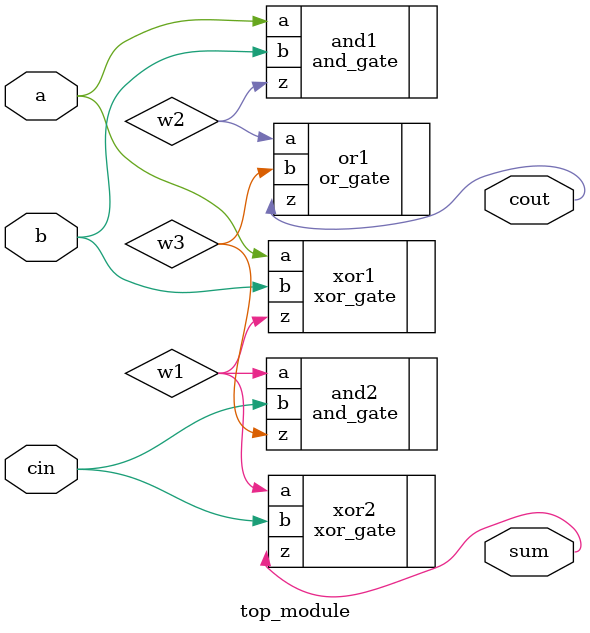
<source format=sv>
module top_module (
	input a,
	input b,
	input cin,
	output cout,
	output sum
);

	// Create intermediate wires for the logic
	wire w1, w2, w3;

	// First half adder
	xor_gate xor1 (
		.a(a),
		.b(b),
		.z(w1)
	);

	and_gate and1 (
		.a(a),
		.b(b),
		.z(w2)
	);

	// Second half adder
	xor_gate xor2 (
		.a(w1),
		.b(cin),
		.z(sum)
	);

	and_gate and2 (
		.a(w1),
		.b(cin),
		.z(w3)
	);

	// Final OR gate
	or_gate or1 (
		.a(w2),
		.b(w3),
		.z(cout)
	);

endmodule

</source>
